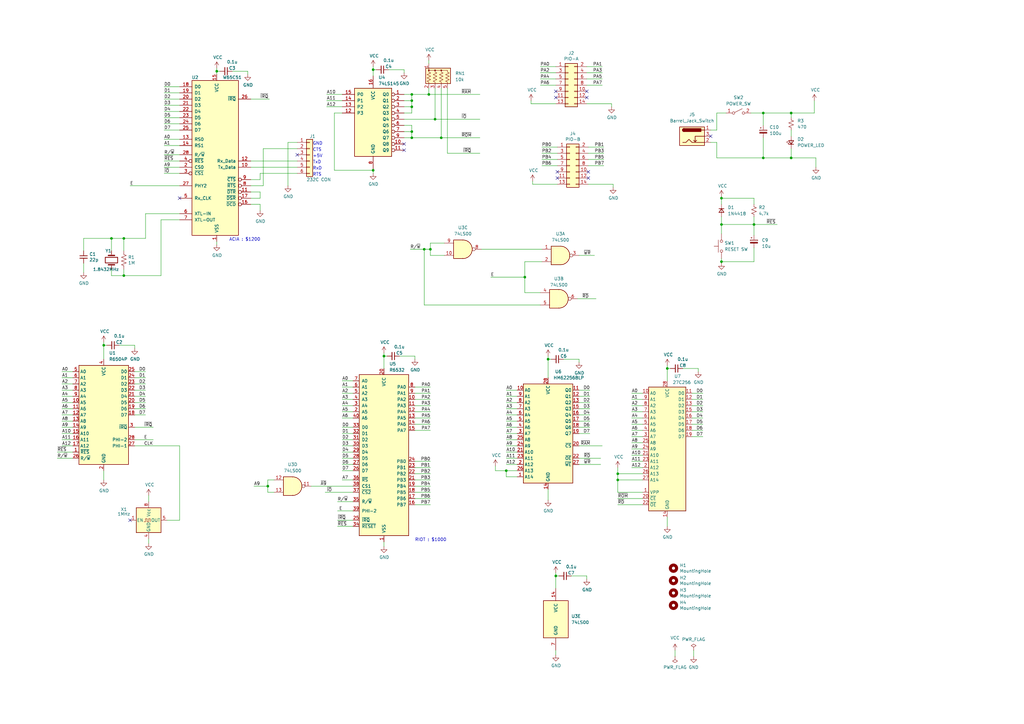
<source format=kicad_sch>
(kicad_sch (version 20230121) (generator eeschema)
  (paper "A3")
  (title_block (title "R6504P CPU用シングルボード・コンピューター") (date "2023-07-16") (rev "1") (company "KUNI-NET"))
  (junction (at 324.485 64.77))
  (junction (at 295.91 92.075))
  (junction (at 168.91 43.815))
  (junction (at 168.91 38.735))
  (junction (at 50.8 97.79))
  (junction (at 88.9 29.21))
  (junction (at 176.53 102.235))
  (junction (at 109.855 199.39))
  (junction (at 253.365 196.85))
  (junction (at 215.265 113.665))
  (junction (at 309.245 92.075))
  (junction (at 153.035 69.85))
  (junction (at 157.48 146.05))
  (junction (at 45.72 97.79))
  (junction (at 168.91 53.975))
  (junction (at 295.91 107.315))
  (junction (at 227.965 236.22))
  (junction (at 207.645 193.04))
  (junction (at 175.895 38.735))
  (junction (at 253.365 194.31))
  (junction (at 168.91 41.275))
  (junction (at 178.435 48.895))
  (junction (at 168.91 56.515))
  (junction (at 313.055 64.77))
  (junction (at 42.545 141.605))
  (junction (at 313.055 46.355))
  (junction (at 295.91 81.28))
  (junction (at 173.99 102.235))
  (junction (at 50.8 113.03))
  (junction (at 153.035 28.575))
  (junction (at 180.975 56.515))
  (junction (at 273.685 151.13))
  (junction (at 324.485 46.355))
  (junction (at 224.79 147.32))
  (no_connect (at 165.735 59.055))
  (no_connect (at 240.665 37.465))
  (no_connect (at 240.665 40.005))
  (no_connect (at 228.6 70.485))
  (no_connect (at 291.465 55.88))
  (no_connect (at 165.735 61.595))
  (no_connect (at 53.34 213.36))
  (no_connect (at 227.965 40.005))
  (no_connect (at 73.66 81.28))
  (no_connect (at 241.3 73.025))
  (no_connect (at 121.92 63.5))
  (no_connect (at 241.3 70.485))
  (no_connect (at 227.965 37.465))
  (no_connect (at 228.6 73.025))
  (wire (pts (xy 112.395 196.85) (xy 109.855 196.85)))
  (wire (pts (xy 50.8 102.87) (xy 50.8 97.79)))
  (wire (pts (xy 231.14 147.32) (xy 237.49 147.32)))
  (wire (pts (xy 138.43 213.36) (xy 144.78 213.36)))
  (wire (pts (xy 165.735 48.895) (xy 178.435 48.895)))
  (wire (pts (xy 224.79 146.05) (xy 224.79 147.32)))
  (wire (pts (xy 73.66 182.88) (xy 73.66 213.36)))
  (wire (pts (xy 50.8 97.79) (xy 45.72 97.79)))
  (wire (pts (xy 60.96 220.98) (xy 60.96 222.885)))
  (wire (pts (xy 241.935 167.64) (xy 237.49 167.64)))
  (wire (pts (xy 25.4 162.56) (xy 29.845 162.56)))
  (wire (pts (xy 88.9 29.21) (xy 90.17 29.21)))
  (wire (pts (xy 168.91 46.355) (xy 168.91 43.815)))
  (wire (pts (xy 291.465 58.42) (xy 294.005 58.42)))
  (wire (pts (xy 176.53 102.235) (xy 173.99 102.235)))
  (wire (pts (xy 215.265 120.015) (xy 221.615 120.015)))
  (wire (pts (xy 201.295 113.665) (xy 215.265 113.665)))
  (wire (pts (xy 157.48 146.05) (xy 158.75 146.05)))
  (wire (pts (xy 50.8 97.79) (xy 59.69 97.79)))
  (wire (pts (xy 176.53 158.75) (xy 170.18 158.75)))
  (wire (pts (xy 165.735 46.355) (xy 168.91 46.355)))
  (wire (pts (xy 227.965 236.22) (xy 227.965 241.3)))
  (wire (pts (xy 295.91 88.9) (xy 295.91 92.075)))
  (wire (pts (xy 334.645 64.77) (xy 334.645 68.58)))
  (wire (pts (xy 67.31 45.72) (xy 73.66 45.72)))
  (wire (pts (xy 288.29 161.29) (xy 283.845 161.29)))
  (wire (pts (xy 294.005 64.77) (xy 313.055 64.77)))
  (wire (pts (xy 163.83 146.05) (xy 170.18 146.05)))
  (wire (pts (xy 67.31 53.34) (xy 73.66 53.34)))
  (wire (pts (xy 153.035 69.215) (xy 153.035 69.85)))
  (wire (pts (xy 294.005 58.42) (xy 294.005 64.77)))
  (wire (pts (xy 237.49 104.775) (xy 243.84 104.775)))
  (wire (pts (xy 250.825 42.545) (xy 250.825 43.815)))
  (wire (pts (xy 59.69 154.94) (xy 55.245 154.94)))
  (wire (pts (xy 251.46 75.565) (xy 251.46 76.835)))
  (wire (pts (xy 59.69 162.56) (xy 55.245 162.56)))
  (wire (pts (xy 288.29 171.45) (xy 283.845 171.45)))
  (wire (pts (xy 140.335 168.91) (xy 144.78 168.91)))
  (wire (pts (xy 140.335 163.83) (xy 144.78 163.83)))
  (wire (pts (xy 207.645 182.88) (xy 212.09 182.88)))
  (wire (pts (xy 288.29 166.37) (xy 283.845 166.37)))
  (wire (pts (xy 140.335 171.45) (xy 144.78 171.45)))
  (wire (pts (xy 106.68 78.74) (xy 106.68 81.28)))
  (wire (pts (xy 241.3 75.565) (xy 251.46 75.565)))
  (wire (pts (xy 241.3 62.865) (xy 247.65 62.865)))
  (wire (pts (xy 23.495 187.96) (xy 29.845 187.96)))
  (wire (pts (xy 59.69 165.1) (xy 55.245 165.1)))
  (wire (pts (xy 259.08 173.99) (xy 263.525 173.99)))
  (wire (pts (xy 88.9 27.94) (xy 88.9 29.21)))
  (wire (pts (xy 237.49 147.32) (xy 237.49 148.59)))
  (wire (pts (xy 67.31 48.26) (xy 73.66 48.26)))
  (wire (pts (xy 203.2 193.04) (xy 203.2 191.135)))
  (wire (pts (xy 183.515 36.195) (xy 183.515 62.865)))
  (wire (pts (xy 106.68 83.82) (xy 106.68 86.36)))
  (wire (pts (xy 240.665 34.925) (xy 247.015 34.925)))
  (wire (pts (xy 176.53 196.85) (xy 170.18 196.85)))
  (wire (pts (xy 288.29 168.91) (xy 283.845 168.91)))
  (wire (pts (xy 107.95 76.2) (xy 107.95 60.96)))
  (wire (pts (xy 313.055 46.355) (xy 313.055 51.435)))
  (wire (pts (xy 309.245 88.9) (xy 309.245 92.075)))
  (wire (pts (xy 176.53 99.695) (xy 176.53 102.235)))
  (wire (pts (xy 259.08 171.45) (xy 263.525 171.45)))
  (wire (pts (xy 241.935 175.26) (xy 237.49 175.26)))
  (wire (pts (xy 207.645 175.26) (xy 212.09 175.26)))
  (wire (pts (xy 240.665 42.545) (xy 250.825 42.545)))
  (wire (pts (xy 140.335 187.96) (xy 144.78 187.96)))
  (wire (pts (xy 42.545 141.605) (xy 42.545 147.32)))
  (wire (pts (xy 140.335 166.37) (xy 144.78 166.37)))
  (wire (pts (xy 259.08 168.91) (xy 263.525 168.91)))
  (wire (pts (xy 140.335 193.04) (xy 144.78 193.04)))
  (wire (pts (xy 180.975 56.515) (xy 196.85 56.515)))
  (wire (pts (xy 207.645 187.96) (xy 212.09 187.96)))
  (wire (pts (xy 138.43 209.55) (xy 144.78 209.55)))
  (wire (pts (xy 25.4 180.34) (xy 29.845 180.34)))
  (wire (pts (xy 176.53 191.77) (xy 170.18 191.77)))
  (wire (pts (xy 207.645 177.8) (xy 212.09 177.8)))
  (wire (pts (xy 227.965 236.22) (xy 229.235 236.22)))
  (wire (pts (xy 176.53 168.91) (xy 170.18 168.91)))
  (wire (pts (xy 240.665 236.22) (xy 240.665 237.49)))
  (wire (pts (xy 176.53 189.23) (xy 170.18 189.23)))
  (wire (pts (xy 197.485 102.235) (xy 222.25 102.235)))
  (wire (pts (xy 227.965 234.95) (xy 227.965 236.22)))
  (wire (pts (xy 67.31 57.15) (xy 73.66 57.15)))
  (wire (pts (xy 55.245 141.605) (xy 55.245 142.875)))
  (wire (pts (xy 73.66 213.36) (xy 68.58 213.36)))
  (wire (pts (xy 222.25 67.945) (xy 228.6 67.945)))
  (wire (pts (xy 173.99 102.235) (xy 173.99 125.095)))
  (wire (pts (xy 253.365 196.85) (xy 263.525 196.85)))
  (wire (pts (xy 324.485 60.96) (xy 324.485 64.77)))
  (wire (pts (xy 67.31 66.04) (xy 73.66 66.04)))
  (wire (pts (xy 102.87 76.2) (xy 107.95 76.2)))
  (wire (pts (xy 215.265 107.315) (xy 215.265 113.665)))
  (wire (pts (xy 178.435 48.895) (xy 196.85 48.895)))
  (wire (pts (xy 53.34 76.2) (xy 73.66 76.2)))
  (wire (pts (xy 102.87 73.66) (xy 106.68 73.66)))
  (wire (pts (xy 324.485 46.355) (xy 324.485 48.26)))
  (wire (pts (xy 140.335 180.34) (xy 144.78 180.34)))
  (wire (pts (xy 291.465 53.34) (xy 294.005 53.34)))
  (wire (pts (xy 59.69 87.63) (xy 73.66 87.63)))
  (wire (pts (xy 183.515 62.865) (xy 196.85 62.865)))
  (wire (pts (xy 288.29 179.07) (xy 283.845 179.07)))
  (wire (pts (xy 207.645 185.42) (xy 212.09 185.42)))
  (wire (pts (xy 313.055 64.77) (xy 324.485 64.77)))
  (wire (pts (xy 102.87 78.74) (xy 106.68 78.74)))
  (wire (pts (xy 88.9 99.06) (xy 88.9 100.33)))
  (wire (pts (xy 102.87 68.58) (xy 121.92 68.58)))
  (wire (pts (xy 45.72 113.03) (xy 50.8 113.03)))
  (wire (pts (xy 67.31 40.64) (xy 73.66 40.64)))
  (wire (pts (xy 224.79 147.32) (xy 226.06 147.32)))
  (wire (pts (xy 295.91 81.28) (xy 309.245 81.28)))
  (wire (pts (xy 45.72 110.49) (xy 45.72 113.03)))
  (wire (pts (xy 25.4 165.1) (xy 29.845 165.1)))
  (wire (pts (xy 241.3 65.405) (xy 247.65 65.405)))
  (wire (pts (xy 67.31 50.8) (xy 73.66 50.8)))
  (wire (pts (xy 222.25 65.405) (xy 228.6 65.405)))
  (wire (pts (xy 138.43 215.9) (xy 144.78 215.9)))
  (wire (pts (xy 207.645 180.34) (xy 212.09 180.34)))
  (wire (pts (xy 178.435 36.195) (xy 178.435 48.895)))
  (wire (pts (xy 221.615 32.385) (xy 227.965 32.385)))
  (wire (pts (xy 67.31 63.5) (xy 73.66 63.5)))
  (wire (pts (xy 133.35 201.93) (xy 144.78 201.93)))
  (wire (pts (xy 67.31 38.1) (xy 73.66 38.1)))
  (wire (pts (xy 253.365 201.93) (xy 263.525 201.93)))
  (wire (pts (xy 241.935 162.56) (xy 237.49 162.56)))
  (wire (pts (xy 324.485 46.355) (xy 334.01 46.355)))
  (wire (pts (xy 259.08 166.37) (xy 263.525 166.37)))
  (wire (pts (xy 286.385 151.13) (xy 286.385 152.4)))
  (wire (pts (xy 259.08 184.15) (xy 263.525 184.15)))
  (wire (pts (xy 240.665 29.845) (xy 247.015 29.845)))
  (wire (pts (xy 127.635 199.39) (xy 144.78 199.39)))
  (wire (pts (xy 222.25 107.315) (xy 215.265 107.315)))
  (wire (pts (xy 207.645 170.18) (xy 212.09 170.18)))
  (wire (pts (xy 313.055 56.515) (xy 313.055 64.77)))
  (wire (pts (xy 157.48 146.05) (xy 157.48 151.13)))
  (wire (pts (xy 140.335 161.29) (xy 144.78 161.29)))
  (wire (pts (xy 55.245 182.88) (xy 73.66 182.88)))
  (wire (pts (xy 207.645 193.04) (xy 207.645 195.58)))
  (wire (pts (xy 240.665 32.385) (xy 247.015 32.385)))
  (wire (pts (xy 313.055 46.355) (xy 324.485 46.355)))
  (wire (pts (xy 215.265 113.665) (xy 215.265 120.015)))
  (wire (pts (xy 176.53 176.53) (xy 170.18 176.53)))
  (wire (pts (xy 259.08 191.77) (xy 263.525 191.77)))
  (wire (pts (xy 25.4 167.64) (xy 29.845 167.64)))
  (wire (pts (xy 295.91 92.075) (xy 295.91 95.885)))
  (wire (pts (xy 133.985 43.815) (xy 140.335 43.815)))
  (wire (pts (xy 241.935 172.72) (xy 237.49 172.72)))
  (wire (pts (xy 280.035 151.13) (xy 286.385 151.13)))
  (wire (pts (xy 138.43 205.74) (xy 144.78 205.74)))
  (wire (pts (xy 176.53 194.31) (xy 170.18 194.31)))
  (wire (pts (xy 241.3 60.325) (xy 247.65 60.325)))
  (wire (pts (xy 288.29 173.99) (xy 283.845 173.99)))
  (wire (pts (xy 140.335 196.85) (xy 144.78 196.85)))
  (wire (pts (xy 180.975 36.195) (xy 180.975 56.515)))
  (wire (pts (xy 140.335 185.42) (xy 144.78 185.42)))
  (wire (pts (xy 234.315 236.22) (xy 240.665 236.22)))
  (wire (pts (xy 50.8 113.03) (xy 50.8 110.49)))
  (wire (pts (xy 207.645 165.1) (xy 212.09 165.1)))
  (wire (pts (xy 168.91 43.815) (xy 168.91 41.275)))
  (wire (pts (xy 59.69 87.63) (xy 59.69 97.79)))
  (wire (pts (xy 241.935 177.8) (xy 237.49 177.8)))
  (wire (pts (xy 173.99 102.235) (xy 168.275 102.235)))
  (wire (pts (xy 175.895 38.735) (xy 196.85 38.735)))
  (wire (pts (xy 165.735 53.975) (xy 168.91 53.975)))
  (wire (pts (xy 168.91 38.735) (xy 175.895 38.735)))
  (wire (pts (xy 288.29 163.83) (xy 283.845 163.83)))
  (wire (pts (xy 253.365 207.01) (xy 263.525 207.01)))
  (wire (pts (xy 60.96 203.2) (xy 60.96 205.74)))
  (wire (pts (xy 176.53 201.93) (xy 170.18 201.93)))
  (wire (pts (xy 101.6 29.21) (xy 101.6 30.48)))
  (wire (pts (xy 42.545 140.335) (xy 42.545 141.605)))
  (wire (pts (xy 109.855 201.93) (xy 112.395 201.93)))
  (wire (pts (xy 165.735 41.275) (xy 168.91 41.275)))
  (wire (pts (xy 294.005 53.34) (xy 294.005 46.355)))
  (wire (pts (xy 165.735 43.815) (xy 168.91 43.815)))
  (wire (pts (xy 140.335 156.21) (xy 144.78 156.21)))
  (wire (pts (xy 67.31 68.58) (xy 73.66 68.58)))
  (wire (pts (xy 168.91 51.435) (xy 168.91 53.975)))
  (wire (pts (xy 309.245 92.075) (xy 309.245 96.52)))
  (wire (pts (xy 309.245 92.075) (xy 318.77 92.075)))
  (wire (pts (xy 59.69 170.18) (xy 55.245 170.18)))
  (wire (pts (xy 237.49 182.88) (xy 247.015 182.88)))
  (wire (pts (xy 227.965 266.7) (xy 227.965 268.605)))
  (wire (pts (xy 253.365 191.77) (xy 253.365 194.31)))
  (wire (pts (xy 207.645 193.04) (xy 203.2 193.04)))
  (wire (pts (xy 253.365 194.31) (xy 253.365 196.85)))
  (wire (pts (xy 88.9 29.21) (xy 88.9 30.48)))
  (wire (pts (xy 176.53 104.775) (xy 182.245 104.775)))
  (wire (pts (xy 140.335 158.75) (xy 144.78 158.75)))
  (wire (pts (xy 295.91 107.315) (xy 309.245 107.315)))
  (wire (pts (xy 207.645 195.58) (xy 212.09 195.58)))
  (wire (pts (xy 67.31 43.18) (xy 73.66 43.18)))
  (wire (pts (xy 295.91 107.315) (xy 295.91 107.95)))
  (wire (pts (xy 253.365 196.85) (xy 253.365 201.93)))
  (wire (pts (xy 55.245 180.34) (xy 62.865 180.34)))
  (wire (pts (xy 324.485 64.77) (xy 334.645 64.77)))
  (wire (pts (xy 153.035 28.575) (xy 154.305 28.575)))
  (wire (pts (xy 25.4 170.18) (xy 29.845 170.18)))
  (wire (pts (xy 48.895 141.605) (xy 55.245 141.605)))
  (wire (pts (xy 307.975 46.355) (xy 313.055 46.355)))
  (wire (pts (xy 237.49 187.96) (xy 246.38 187.96)))
  (wire (pts (xy 273.685 151.13) (xy 274.955 151.13)))
  (wire (pts (xy 222.25 60.325) (xy 228.6 60.325)))
  (wire (pts (xy 173.99 125.095) (xy 221.615 125.095)))
  (wire (pts (xy 118.11 58.42) (xy 121.92 58.42)))
  (wire (pts (xy 295.91 80.645) (xy 295.91 81.28)))
  (wire (pts (xy 295.91 81.28) (xy 295.91 83.82)))
  (wire (pts (xy 67.31 71.12) (xy 73.66 71.12)))
  (wire (pts (xy 25.4 177.8) (xy 29.845 177.8)))
  (wire (pts (xy 176.53 199.39) (xy 170.18 199.39)))
  (wire (pts (xy 309.245 81.28) (xy 309.245 83.82)))
  (wire (pts (xy 42.545 141.605) (xy 43.815 141.605)))
  (wire (pts (xy 165.735 38.735) (xy 168.91 38.735)))
  (wire (pts (xy 176.53 166.37) (xy 170.18 166.37)))
  (wire (pts (xy 222.25 62.865) (xy 228.6 62.865)))
  (wire (pts (xy 221.615 27.305) (xy 227.965 27.305)))
  (wire (pts (xy 165.735 56.515) (xy 168.91 56.515)))
  (wire (pts (xy 59.69 160.02) (xy 55.245 160.02)))
  (wire (pts (xy 34.29 107.95) (xy 34.29 111.76)))
  (wire (pts (xy 207.645 190.5) (xy 212.09 190.5)))
  (wire (pts (xy 207.645 167.64) (xy 212.09 167.64)))
  (wire (pts (xy 140.335 182.88) (xy 144.78 182.88)))
  (wire (pts (xy 73.66 90.17) (xy 66.04 90.17)))
  (wire (pts (xy 137.16 69.85) (xy 137.16 46.355)))
  (wire (pts (xy 165.735 51.435) (xy 168.91 51.435)))
  (wire (pts (xy 106.68 73.66) (xy 106.68 71.12)))
  (wire (pts (xy 168.91 41.275) (xy 168.91 38.735)))
  (wire (pts (xy 224.79 200.66) (xy 224.79 205.105)))
  (wire (pts (xy 259.08 176.53) (xy 263.525 176.53)))
  (wire (pts (xy 25.4 157.48) (xy 29.845 157.48)))
  (wire (pts (xy 237.49 190.5) (xy 246.38 190.5)))
  (wire (pts (xy 59.69 157.48) (xy 55.245 157.48)))
  (wire (pts (xy 218.44 74.295) (xy 218.44 75.565)))
  (wire (pts (xy 109.855 196.85) (xy 109.855 199.39)))
  (wire (pts (xy 25.4 154.94) (xy 29.845 154.94)))
  (wire (pts (xy 241.935 165.1) (xy 237.49 165.1)))
  (wire (pts (xy 118.11 76.2) (xy 118.11 58.42)))
  (wire (pts (xy 137.16 46.355) (xy 140.335 46.355)))
  (wire (pts (xy 66.04 90.17) (xy 66.04 113.03)))
  (wire (pts (xy 176.53 171.45) (xy 170.18 171.45)))
  (wire (pts (xy 153.035 28.575) (xy 153.035 31.115)))
  (wire (pts (xy 259.08 161.29) (xy 263.525 161.29)))
  (wire (pts (xy 217.805 42.545) (xy 227.965 42.545)))
  (wire (pts (xy 207.645 172.72) (xy 212.09 172.72)))
  (wire (pts (xy 168.91 53.975) (xy 168.91 56.515)))
  (wire (pts (xy 175.895 24.765) (xy 175.895 26.035)))
  (wire (pts (xy 133.985 41.275) (xy 140.335 41.275)))
  (wire (pts (xy 324.485 53.34) (xy 324.485 55.88)))
  (wire (pts (xy 157.48 222.25) (xy 157.48 224.155)))
  (wire (pts (xy 294.005 46.355) (xy 297.815 46.355)))
  (wire (pts (xy 217.805 41.275) (xy 217.805 42.545)))
  (wire (pts (xy 25.4 160.02) (xy 29.845 160.02)))
  (wire (pts (xy 34.29 97.79) (xy 34.29 102.87)))
  (wire (pts (xy 176.53 204.47) (xy 170.18 204.47)))
  (wire (pts (xy 168.91 56.515) (xy 180.975 56.515)))
  (wire (pts (xy 140.335 175.26) (xy 144.78 175.26)))
  (wire (pts (xy 295.91 92.075) (xy 309.245 92.075)))
  (wire (pts (xy 273.685 212.09) (xy 273.685 215.9)))
  (wire (pts (xy 45.72 97.79) (xy 45.72 102.87)))
  (wire (pts (xy 207.645 162.56) (xy 212.09 162.56)))
  (wire (pts (xy 263.525 204.47) (xy 253.365 204.47)))
  (wire (pts (xy 218.44 75.565) (xy 228.6 75.565)))
  (wire (pts (xy 276.86 266.7) (xy 276.86 269.24)))
  (wire (pts (xy 67.31 35.56) (xy 73.66 35.56)))
  (wire (pts (xy 25.4 152.4) (xy 29.845 152.4)))
  (wire (pts (xy 159.385 28.575) (xy 165.735 28.575)))
  (wire (pts (xy 133.985 38.735) (xy 140.335 38.735)))
  (wire (pts (xy 236.855 122.555) (xy 244.475 122.555)))
  (wire (pts (xy 25.4 182.88) (xy 29.845 182.88)))
  (wire (pts (xy 67.31 59.69) (xy 73.66 59.69)))
  (wire (pts (xy 176.53 102.235) (xy 176.53 104.775)))
  (wire (pts (xy 109.855 199.39) (xy 109.855 201.93)))
  (wire (pts (xy 50.8 113.03) (xy 66.04 113.03)))
  (wire (pts (xy 241.3 67.945) (xy 247.65 67.945)))
  (wire (pts (xy 153.035 69.85) (xy 153.035 71.12)))
  (wire (pts (xy 176.53 161.29) (xy 170.18 161.29)))
  (wire (pts (xy 295.91 106.045) (xy 295.91 107.315)))
  (wire (pts (xy 221.615 34.925) (xy 227.965 34.925)))
  (wire (pts (xy 104.14 199.39) (xy 109.855 199.39)))
  (wire (pts (xy 95.25 29.21) (xy 101.6 29.21)))
  (wire (pts (xy 176.53 173.99) (xy 170.18 173.99)))
  (wire (pts (xy 153.035 27.305) (xy 153.035 28.575)))
  (wire (pts (xy 106.68 83.82) (xy 102.87 83.82)))
  (wire (pts (xy 140.335 177.8) (xy 144.78 177.8)))
  (wire (pts (xy 241.935 160.02) (xy 237.49 160.02)))
  (wire (pts (xy 259.08 179.07) (xy 263.525 179.07)))
  (wire (pts (xy 259.08 186.69) (xy 263.525 186.69)))
  (wire (pts (xy 42.545 193.04) (xy 42.545 196.85)))
  (wire (pts (xy 102.87 40.64) (xy 110.49 40.64)))
  (wire (pts (xy 165.735 28.575) (xy 165.735 29.845)))
  (wire (pts (xy 182.245 99.695) (xy 176.53 99.695)))
  (wire (pts (xy 221.615 29.845) (xy 227.965 29.845)))
  (wire (pts (xy 259.08 181.61) (xy 263.525 181.61)))
  (wire (pts (xy 25.4 172.72) (xy 29.845 172.72)))
  (wire (pts (xy 106.68 71.12) (xy 121.92 71.12)))
  (wire (pts (xy 273.685 151.13) (xy 273.685 156.21)))
  (wire (pts (xy 23.495 185.42) (xy 29.845 185.42)))
  (wire (pts (xy 259.08 189.23) (xy 263.525 189.23)))
  (wire (pts (xy 176.53 163.83) (xy 170.18 163.83)))
  (wire (pts (xy 224.79 147.32) (xy 224.79 154.94)))
  (wire (pts (xy 240.665 27.305) (xy 247.015 27.305)))
  (wire (pts (xy 170.18 146.05) (xy 170.18 147.32)))
  (wire (pts (xy 107.95 60.96) (xy 121.92 60.96)))
  (wire (pts (xy 175.895 36.195) (xy 175.895 38.735)))
  (wire (pts (xy 176.53 207.01) (xy 170.18 207.01)))
  (wire (pts (xy 59.69 152.4) (xy 55.245 152.4)))
  (wire (pts (xy 140.335 190.5) (xy 144.78 190.5)))
  (wire (pts (xy 273.685 149.86) (xy 273.685 151.13)))
  (wire (pts (xy 309.245 107.315) (xy 309.245 101.6)))
  (wire (pts (xy 334.01 46.355) (xy 334.01 41.275)))
  (wire (pts (xy 59.69 167.64) (xy 55.245 167.64)))
  (wire (pts (xy 102.87 66.04) (xy 121.92 66.04)))
  (wire (pts (xy 153.035 69.85) (xy 137.16 69.85)))
  (wire (pts (xy 241.935 170.18) (xy 237.49 170.18)))
  (wire (pts (xy 288.29 176.53) (xy 283.845 176.53)))
  (wire (pts (xy 284.48 266.7) (xy 284.48 269.24)))
  (wire (pts (xy 157.48 144.78) (xy 157.48 146.05)))
  (wire (pts (xy 259.08 163.83) (xy 263.525 163.83)))
  (wire (pts (xy 212.09 193.04) (xy 207.645 193.04)))
  (wire (pts (xy 25.4 175.26) (xy 29.845 175.26)))
  (wire (pts (xy 45.72 97.79) (xy 34.29 97.79)))
  (wire (pts (xy 55.245 175.26) (xy 62.865 175.26)))
  (wire (pts (xy 102.87 81.28) (xy 106.68 81.28)))
  (wire (pts (xy 253.365 194.31) (xy 263.525 194.31)))
  (wire (pts (xy 207.645 160.02) (xy 212.09 160.02)))
  (text "GND" (at 128.27 59.69 0) (effects (font (size 1.27 1.27)) (justify left bottom)))
  (text "RIOT : $1000" (at 170.18 222.25 0) (effects (font (size 1.27 1.27)) (justify left bottom)))
  (text "ACIA : $1200" (at 93.98 99.06 0) (effects (font (size 1.27 1.27)) (justify left bottom)))
  (text "RTS" (at 128.27 72.39 0) (effects (font (size 1.27 1.27)) (justify left bottom)))
  (text "RxD" (at 128.27 69.85 0) (effects (font (size 1.27 1.27)) (justify left bottom)))
  (text "+5V" (at 128.27 64.77 0) (effects (font (size 1.27 1.27)) (justify left bottom)))
  (text "CTS" (at 128.27 62.23 0) (effects (font (size 1.27 1.27)) (justify left bottom)))
  (text "TxD" (at 128.27 67.31 0) (effects (font (size 1.27 1.27)) (justify left bottom)))
  (label "A1" (at 67.31 59.69 0))
  (label "PA6" (at 176.53 173.99 180))
  (label "PB6" (at 222.25 67.945 0))
  (label "A4" (at 140.335 166.37 0))
  (label "PB0" (at 222.25 60.325 0))
  (label "A3" (at 259.08 168.91 0))
  (label "A4" (at 25.4 162.56 0))
  (label "A12" (at 25.4 182.88 0))
  (label "D7" (at 59.69 170.18 180))
  (label "A5" (at 140.335 168.91 0))
  (label "A1" (at 25.4 154.94 0))
  (label "D3" (at 59.69 160.02 180))
  (label "PB5" (at 176.53 201.93 180))
  (label "D5" (at 67.31 48.26 0))
  (label "A5" (at 25.4 165.1 0))
  (label "A1" (at 259.08 163.83 0))
  (label "~{WR}" (at 239.395 190.5 0))
  (label "A2" (at 259.08 166.37 0))
  (label "A10" (at 207.645 185.42 0))
  (label "A0" (at 67.31 57.15 0))
  (label "PA5" (at 176.53 171.45 180))
  (label "A6" (at 207.645 175.26 0))
  (label "A4" (at 259.08 171.45 0))
  (label "~{WR}" (at 239.395 104.775 0))
  (label "A12" (at 207.645 190.5 0))
  (label "D2" (at 241.935 165.1 180))
  (label "A2" (at 140.335 161.29 0))
  (label "PB5" (at 243.84 65.405 0))
  (label "PB7" (at 243.84 67.945 0))
  (label "D0" (at 288.29 161.29 180))
  (label "PB4" (at 222.25 65.405 0))
  (label "PA1" (at 176.53 161.29 180))
  (label "A2" (at 25.4 157.48 0))
  (label "~{IO}" (at 133.985 201.93 0))
  (label "~{RES}" (at 314.325 92.075 0))
  (label "PA4" (at 221.615 32.385 0))
  (label "A0" (at 140.335 156.21 0))
  (label "PB0" (at 176.53 189.23 180))
  (label "A0" (at 25.4 152.4 0))
  (label "PB1" (at 176.53 191.77 180))
  (label "D0" (at 59.69 152.4 180))
  (label "D3" (at 67.31 43.18 0))
  (label "PA7" (at 243.205 34.925 0))
  (label "A9" (at 25.4 175.26 0))
  (label "D5" (at 59.69 165.1 180))
  (label "A0" (at 207.645 160.02 0))
  (label "~{ROM}" (at 189.23 56.515 0))
  (label "A11" (at 207.645 187.96 0))
  (label "A0" (at 259.08 161.29 0))
  (label "~{IRQ}" (at 189.865 62.865 0))
  (label "PA0" (at 176.53 158.75 180))
  (label "~{IRQ}" (at 138.43 213.36 0))
  (label "PA7" (at 176.53 176.53 180))
  (label "A6" (at 25.4 167.64 0))
  (label "PA0" (at 221.615 27.305 0))
  (label "D5" (at 241.935 172.72 180))
  (label "E" (at 53.34 76.2 0))
  (label "D6" (at 241.935 175.26 180))
  (label "A10" (at 259.08 186.69 0))
  (label "D0" (at 241.935 160.02 180))
  (label "D1" (at 288.29 163.83 180))
  (label "D3" (at 241.935 167.64 180))
  (label "A10" (at 133.985 38.735 0))
  (label "D7" (at 67.31 53.34 0))
  (label "~{RD}" (at 238.76 122.555 0))
  (label "D4" (at 140.335 185.42 0))
  (label "A7" (at 140.335 196.85 0))
  (label "A8" (at 25.4 172.72 0))
  (label "A1" (at 140.335 158.75 0))
  (label "PB2" (at 222.25 62.865 0))
  (label "D3" (at 288.29 168.91 180))
  (label "A6" (at 140.335 171.45 0))
  (label "A9" (at 104.14 199.39 0))
  (label "A11" (at 25.4 180.34 0))
  (label "D1" (at 59.69 154.94 180))
  (label "A1" (at 207.645 162.56 0))
  (label "D7" (at 288.29 179.07 180))
  (label "D4" (at 288.29 171.45 180))
  (label "E" (at 201.295 113.665 0))
  (label "A8" (at 259.08 181.61 0))
  (label "~{RES}" (at 138.43 215.9 0))
  (label "D1" (at 67.31 38.1 0))
  (label "PB3" (at 176.53 196.85 180))
  (label "A2" (at 207.645 165.1 0))
  (label "D5" (at 288.29 173.99 180))
  (label "E" (at 59.055 180.34 0))
  (label "E" (at 139.065 209.55 0))
  (label "A11" (at 259.08 189.23 0))
  (label "A7" (at 25.4 170.18 0))
  (label "A9" (at 259.08 184.15 0))
  (label "PB6" (at 176.53 204.47 180))
  (label "A12" (at 259.08 191.77 0))
  (label "A3" (at 25.4 160.02 0))
  (label "~{RD}" (at 253.365 207.01 0))
  (label "A3" (at 207.645 167.64 0))
  (label "D4" (at 241.935 170.18 180))
  (label "A11" (at 133.985 41.275 0))
  (label "~{IO}" (at 189.23 48.895 0))
  (label "PA4" (at 176.53 168.91 180))
  (label "~{IO}" (at 67.31 71.12 0))
  (label "A7" (at 259.08 179.07 0))
  (label "D0" (at 67.31 35.56 0))
  (label "D6" (at 59.69 167.64 180))
  (label "D2" (at 67.31 40.64 0))
  (label "A12" (at 133.985 43.815 0))
  (label "~{RD}" (at 239.395 187.96 0))
  (label "A5" (at 207.645 172.72 0))
  (label "~{RAM}" (at 189.23 38.735 0))
  (label "R{slash}~{W}" (at 23.495 187.96 0))
  (label "A9" (at 67.31 68.58 0))
  (label "D2" (at 288.29 166.37 180))
  (label "A9" (at 207.645 182.88 0))
  (label "D7" (at 140.335 193.04 0))
  (label "CLK" (at 59.055 182.88 0))
  (label "PB1" (at 243.84 60.325 0))
  (label "R{slash}~{W}" (at 168.275 102.235 0))
  (label "PB2" (at 176.53 194.31 180))
  (label "PA2" (at 221.615 29.845 0))
  (label "D4" (at 59.69 162.56 180))
  (label "PA2" (at 176.53 163.83 180))
  (label "A10" (at 25.4 177.8 0))
  (label "PA1" (at 243.205 27.305 0))
  (label "D1" (at 140.335 177.8 0))
  (label "D6" (at 140.335 190.5 0))
  (label "A7" (at 207.645 177.8 0))
  (label "D3" (at 140.335 182.88 0))
  (label "~{IRQ}" (at 59.055 175.26 0))
  (label "A6" (at 259.08 176.53 0))
  (label "PA3" (at 243.205 29.845 0))
  (label "PA5" (at 243.205 32.385 0))
  (label "A4" (at 207.645 170.18 0))
  (label "D2" (at 59.69 157.48 180))
  (label "PB3" (at 243.84 62.865 0))
  (label "D7" (at 241.935 177.8 180))
  (label "R{slash}~{W}" (at 67.31 63.5 0))
  (label "R{slash}~{W}" (at 138.43 205.74 0))
  (label "D1" (at 241.935 162.56 180))
  (label "~{A9}" (at 131.445 199.39 0))
  (label "A3" (at 140.335 163.83 0))
  (label "D2" (at 140.335 180.34 0))
  (label "PA6" (at 221.615 34.925 0))
  (label "D0" (at 140.335 175.26 0))
  (label "A8" (at 207.645 180.34 0))
  (label "D6" (at 67.31 50.8 0))
  (label "~{RAM}" (at 238.125 182.88 0))
  (label "D4" (at 67.31 45.72 0))
  (label "~{IRQ}" (at 106.68 40.64 0))
  (label "D6" (at 288.29 176.53 180))
  (label "~{RES}" (at 23.495 185.42 0))
  (label "PA3" (at 176.53 166.37 180))
  (label "~{ROM}" (at 253.365 204.47 0))
  (label "D5" (at 140.335 187.96 0))
  (label "PB7" (at 176.53 207.01 180))
  (label "PB4" (at 176.53 199.39 180))
  (label "A5" (at 259.08 173.99 0))
  (label "~{RES}" (at 67.31 66.04 0))
  (symbol (lib_id "power:GND") (at 101.6 30.48 0) (unit 1)
    (property "Reference" "#PWR09" (effects hide))
    (property "Value" "GND" (at 101.727 34.8742 0))
  )
  (symbol (lib_id "power:GND") (at 240.665 237.49 0) (unit 1)
    (property "Reference" "#PWR027" (effects hide))
    (property "Value" "GND" (at 240.792 241.8842 0))
  )
  (symbol (lib_id "Device:C_Small") (at 228.6 147.32 270) (unit 1)
    (property "Reference" "C6" (at 231.14 146.05 90))
    (property "Value" "0.1u" (at 231.14 143.51 90))
    (property "Footprint" "Capacitor_THT:C_Disc_D3.0mm_W1.6mm_P2.50mm" (effects hide))
  )
  (symbol (lib_id "power:GND") (at 334.645 68.58 0) (unit 1)
    (property "Reference" "#PWR041" (effects hide))
    (property "Value" "GND" (at 334.772 72.9742 0))
  )
  (symbol (lib_id "power:VCC") (at 295.91 80.645 0) (unit 1)
    (property "Reference" "#PWR038" (effects hide))
    (property "Value" "VCC" (at 296.3418 76.2508 0))
  )
  (symbol (lib_id "Connector:Barrel_Jack_Switch") (at 283.845 55.88 0) (unit 1)
    (property "Reference" "J5" (at 283.845 46.99 0))
    (property "Value" "Barrel_Jack_Switch" (at 283.845 49.53 0))
    (property "Footprint" "Connector_BarrelJack:BarrelJack_Horizontal" (effects hide))
  )
  (symbol (lib_id "Device:C_Small") (at 156.845 28.575 270) (unit 1)
    (property "Reference" "C4" (at 159.385 27.305 90))
    (property "Value" "0.1u" (at 159.385 24.765 90))
    (property "Footprint" "Capacitor_THT:C_Disc_D3.0mm_W1.6mm_P2.50mm" (effects hide))
  )
  (symbol (lib_id "Memory_EPROM:27C256") (at 273.685 184.15 0) (unit 1)
    (property "Reference" "U7" (at 276.5141 154.305 0) (effects (justify left)))
    (property "Value" "27C256" (at 275.8791 156.845 0) (effects (justify left)))
    (property "Footprint" "Package_DIP:DIP-28_W15.24mm_Socket" (effects hide))
    (property "Datasheet" "http://ww1.microchip.com/downloads/en/DeviceDoc/doc0014.pdf" (effects hide))
  )
  (symbol (lib_id "power:VCC") (at 276.86 266.7 0) (unit 1)
    (property "Reference" "#PWR034" (effects hide))
    (property "Value" "VCC" (at 276.86 261.62 0))
  )
  (symbol (lib_id "power:GND") (at 295.91 107.95 0) (unit 1)
    (property "Reference" "#PWR039" (effects hide))
    (property "Value" "GND" (at 296.037 112.3442 0))
  )
  (symbol (lib_id "Device:C_Polarized_Small") (at 309.245 99.06 0) (unit 1)
    (property "Reference" "C9" (at 312.42 98.5139 0) (effects (justify left)))
    (property "Value" "10u" (at 312.42 100.965 0) (effects (justify left)))
    (property "Footprint" "Capacitor_THT:CP_Radial_D5.0mm_P2.50mm" (effects hide))
  )
  (symbol (lib_id "power:VCC") (at 218.44 74.295 0) (unit 1)
    (property "Reference" "#PWR031" (effects hide))
    (property "Value" "VCC" (at 218.8718 69.9008 0))
  )
  (symbol (lib_id "power:VCC") (at 334.01 41.275 0) (unit 1)
    (property "Reference" "#PWR040" (effects hide))
    (property "Value" "VCC" (at 334.4418 36.8808 0))
  )
  (symbol (lib_id "74xx:74LS00") (at 227.965 254 0) (unit 5)
    (property "Reference" "U3" (at 234.315 252.73 0) (effects (justify left)))
    (property "Value" "74LS00" (at 234.315 255.27 0) (effects (justify left)))
    (property "Footprint" "Package_DIP:DIP-14_W7.62mm_Socket" (effects hide))
    (property "Datasheet" "http://www.ti.com/lit/gpn/sn74ls00" (effects hide))
  )
  (symbol (lib_id "Oscillator:CXO_DIP8") (at 60.96 213.36 0) (unit 1)
    (property "Reference" "X1" (at 50.8 208.915 0))
    (property "Value" "1MHz" (at 50.8 210.82 0))
    (property "Footprint" "Oscillator:Oscillator_DIP-8" (effects hide))
    (property "Datasheet" "http://cdn-reichelt.de/documents/datenblatt/B400/OSZI.pdf" (effects hide))
  )
  (symbol (lib_id "Device:C_Small") (at 231.775 236.22 270) (unit 1)
    (property "Reference" "C7" (at 234.315 234.95 90))
    (property "Value" "0.1u" (at 234.315 232.41 90))
    (property "Footprint" "Capacitor_THT:C_Disc_D3.0mm_W1.6mm_P2.50mm" (effects hide))
  )
  (symbol (lib_id "power:VCC") (at 175.895 24.765 0) (unit 1)
    (property "Reference" "#PWR018" (effects hide))
    (property "Value" "VCC" (at 176.3268 20.3708 0))
  )
  (symbol (lib_id "power:GND") (at 157.48 224.155 0) (unit 1)
    (property "Reference" "#PWR015" (effects hide))
    (property "Value" "GND" (at 157.607 228.5492 0))
  )
  (symbol (lib_id "Device:C_Polarized_Small") (at 313.055 53.975 0) (unit 1)
    (property "Reference" "C10" (at 315.595 52.1589 0) (effects (justify left)))
    (property "Value" "100u" (at 315.595 54.6989 0) (effects (justify left)))
    (property "Footprint" "Capacitor_THT:CP_Radial_D8.0mm_P2.50mm" (effects hide))
  )
  (symbol (lib_id "Memory_RAM:HM62256BLP") (at 224.79 177.8 0) (unit 1)
    (property "Reference" "U6" (at 227.6191 152.4 0) (effects (justify left)))
    (property "Value" "HM62256BLP" (at 226.9841 154.94 0) (effects (justify left)))
    (property "Footprint" "Package_DIP:DIP-28_W15.24mm_Socket" (effects hide))
    (property "Datasheet" "https://web.mit.edu/6.115/www/document/62256.pdf" (effects hide))
  )
  (symbol (lib_id "Device:R_Network04_US") (at 180.975 31.115 0) (unit 1)
    (property "Reference" "RN1" (at 186.69 30.099 0) (effects (justify left)))
    (property "Value" "10k" (at 186.69 32.639 0) (effects (justify left)))
    (property "Footprint" "Resistor_THT:R_Array_SIP5" (effects hide))
    (property "Datasheet" "http://www.vishay.com/docs/31509/csc.pdf" (effects hide))
  )
  (symbol (lib_id "power:GND") (at 237.49 148.59 0) (unit 1)
    (property "Reference" "#PWR026" (effects hide))
    (property "Value" "GND" (at 237.617 152.9842 0))
  )
  (symbol (lib_id "Device:R_Small_US") (at 324.485 50.8 0) (unit 1)
    (property "Reference" "R3" (at 327.025 49.53 0) (effects (justify left)))
    (property "Value" "470" (at 327.025 52.07 0) (effects (justify left)))
    (property "Footprint" "Resistor_THT:R_Axial_DIN0207_L6.3mm_D2.5mm_P10.16mm_Horizontal" (effects hide))
  )
  (symbol (lib_id "Connector_Generic:Conn_02x07_Odd_Even") (at 233.045 34.925 0) (unit 1)
    (property "Reference" "J2" (at 234.315 21.7932 0))
    (property "Value" "PIO-A" (at 234.315 24.1046 0))
    (property "Footprint" "Connector_PinHeader_2.54mm:PinHeader_2x07_P2.54mm_Vertical" (effects hide))
  )
  (symbol (lib_id "Switch:SW_SPST") (at 302.895 46.355 0) (unit 1)
    (property "Reference" "SW2" (at 302.895 40.005 0))
    (property "Value" "POWER_SW" (at 302.895 42.545 0))
    (property "Footprint" "Connector_PinHeader_2.54mm:PinHeader_1x03_P2.54mm_Vertical" (effects hide))
  )
  (symbol (lib_id "power:GND") (at 273.685 215.9 0) (unit 1)
    (property "Reference" "#PWR033" (effects hide))
    (property "Value" "GND" (at 273.812 220.2942 0))
  )
  (symbol (lib_id "power:GND") (at 106.68 86.36 0) (unit 1)
    (property "Reference" "#PWR010" (effects hide))
    (property "Value" "GND" (at 106.807 90.7542 0))
  )
  (symbol (lib_id "power:GND") (at 170.18 147.32 0) (unit 1)
    (property "Reference" "#PWR017" (effects hide))
    (property "Value" "GND" (at 170.307 151.7142 0))
  )
  (symbol (lib_id "R6532:R6532") (at 157.48 186.69 0) (unit 1)
    (property "Reference" "U5" (at 159.6741 149.225 0) (effects (justify left)))
    (property "Value" "R6532" (at 159.6741 151.765 0) (effects (justify left)))
    (property "Footprint" "Package_DIP:DIP-40_W15.24mm_Socket" (effects hide))
  )
  (symbol (lib_id "Device:C_Small") (at 46.355 141.605 270) (unit 1)
    (property "Reference" "C2" (at 48.895 140.335 90))
    (property "Value" "0.1u" (at 48.895 137.795 90))
    (property "Footprint" "Capacitor_THT:C_Disc_D3.0mm_W1.6mm_P2.50mm" (effects hide))
  )
  (symbol (lib_id "power:GND") (at 34.29 111.76 0) (unit 1)
    (property "Reference" "#PWR01" (effects hide))
    (property "Value" "GND" (at 34.417 116.1542 0))
  )
  (symbol (lib_id "power:GND") (at 250.825 43.815 0) (unit 1)
    (property "Reference" "#PWR028" (effects hide))
    (property "Value" "GND" (at 250.952 48.2092 0))
  )
  (symbol (lib_id "power:GND") (at 251.46 76.835 0) (unit 1)
    (property "Reference" "#PWR037" (effects hide))
    (property "Value" "GND" (at 251.587 81.2292 0))
  )
  (symbol (lib_id "power:GND") (at 284.48 269.24 0) (unit 1)
    (property "Reference" "#PWR035" (effects hide))
    (property "Value" "GND" (at 284.48 273.685 0))
  )
  (symbol (lib_id "power:VCC") (at 253.365 191.77 0) (unit 1)
    (property "Reference" "#PWR030" (effects hide))
    (property "Value" "VCC" (at 253.7968 187.3758 0))
  )
  (symbol (lib_id "74xx:74LS00") (at 120.015 199.39 0) (unit 4)
    (property "Reference" "U3" (at 120.0067 190.5 0))
    (property "Value" "74LS00" (at 120.0067 193.04 0))
    (property "Footprint" "Package_DIP:DIP-14_W7.62mm_Socket" (effects hide))
    (property "Datasheet" "http://www.ti.com/lit/gpn/sn74ls00" (effects hide))
  )
  (symbol (lib_id "power:GND") (at 227.965 268.605 0) (unit 1)
    (property "Reference" "#PWR025" (effects hide))
    (property "Value" "GND" (at 228.092 272.9992 0))
  )
  (symbol (lib_id "power:GND") (at 153.035 71.12 0) (unit 1)
    (property "Reference" "#PWR013" (effects hide))
    (property "Value" "GND" (at 153.162 75.5142 0))
  )
  (symbol (lib_id "Device:C_Small") (at 92.71 29.21 270) (unit 1)
    (property "Reference" "C3" (at 95.25 27.94 90))
    (property "Value" "0.1u" (at 95.25 25.4 90))
    (property "Footprint" "Capacitor_THT:C_Disc_D3.0mm_W1.6mm_P2.50mm" (effects hide))
  )
  (symbol (lib_id "power:VCC") (at 217.805 41.275 0) (unit 1)
    (property "Reference" "#PWR020" (effects hide))
    (property "Value" "VCC" (at 218.2368 36.8808 0))
  )
  (symbol (lib_id "power:VCC") (at 42.545 140.335 0) (unit 1)
    (property "Reference" "#PWR02" (effects hide))
    (property "Value" "VCC" (at 42.9768 135.9408 0))
  )
  (symbol (lib_id "power:PWR_FLAG") (at 276.86 269.24 180) (unit 1)
    (property "Reference" "#FLG01" (effects hide))
    (property "Value" "PWR_FLAG" (at 276.86 273.685 0))
  )
  (symbol (lib_id "Device:D_Small") (at 295.91 86.36 270) (unit 1)
    (property "Reference" "D1" (at 298.45 85.09 90) (effects (justify left)))
    (property "Value" "1N4418" (at 298.45 87.63 90) (effects (justify left)))
    (property "Footprint" "Diode_THT:D_DO-34_SOD68_P10.16mm_Horizontal" (effects hide))
    (property "Sim.Device" "D" (effects hide))
    (property "Sim.Pins" "1=K 2=A" (effects hide))
  )
  (symbol (lib_id "power:VCC") (at 153.035 27.305 0) (unit 1)
    (property "Reference" "#PWR012" (effects hide))
    (property "Value" "VCC" (at 153.4668 22.9108 0))
  )
  (symbol (lib_id "power:VCC") (at 60.96 203.2 0) (unit 1)
    (property "Reference" "#PWR05" (effects hide))
    (property "Value" "VCC" (at 61.3918 198.8058 0))
  )
  (symbol (lib_id "Device:C_Small") (at 161.29 146.05 270) (unit 1)
    (property "Reference" "C5" (at 163.83 144.78 90))
    (property "Value" "0.1u" (at 163.83 142.24 90))
    (property "Footprint" "Capacitor_THT:C_Disc_D3.0mm_W1.6mm_P2.50mm" (effects hide))
  )
  (symbol (lib_id "Device:R_US") (at 50.8 106.68 0) (unit 1)
    (property "Reference" "R1" (at 52.5272 105.5116 0) (effects (justify left)))
    (property "Value" "1M" (at 52.5272 107.823 0) (effects (justify left)))
    (property "Footprint" "Resistor_THT:R_Axial_DIN0204_L3.6mm_D1.6mm_P7.62mm_Horizontal" (effects hide))
  )
  (symbol (lib_id "Device:Crystal") (at 45.72 106.68 270) (unit 1)
    (property "Reference" "Y1" (at 43.18 102.87 90) (effects (justify left)))
    (property "Value" "1.8432MHz" (at 38.1 110.49 90) (effects (justify left)))
    (property "Footprint" "Crystal:Crystal_HC49-U_Vertical" (effects hide))
  )
  (symbol (lib_id "74xx:74LS00") (at 229.87 104.775 0) (unit 1)
    (property "Reference" "U3" (at 229.8617 95.885 0))
    (property "Value" "74LS00" (at 229.8617 98.425 0))
    (property "Footprint" "Package_DIP:DIP-14_W7.62mm_Socket" (effects hide))
    (property "Datasheet" "http://www.ti.com/lit/gpn/sn74ls00" (effects hide))
  )
  (symbol (lib_id "Device:C_Small") (at 277.495 151.13 270) (unit 1)
    (property "Reference" "C8" (at 280.035 149.86 90))
    (property "Value" "0.1u" (at 280.035 147.32 90))
    (property "Footprint" "Capacitor_THT:C_Disc_D3.0mm_W1.6mm_P2.50mm" (effects hide))
  )
  (symbol (lib_id "74xx:74LS145") (at 153.035 48.895 0) (unit 1)
    (property "Reference" "U4" (at 155.2291 31.75 0) (effects (justify left)))
    (property "Value" "74LS145" (at 155.2291 34.29 0) (effects (justify left)))
    (property "Footprint" "Package_DIP:DIP-16_W7.62mm_Socket" (effects hide))
    (property "Datasheet" "http://www.ti.com/lit/gpn/sn74LS145" (effects hide))
  )
  (symbol (lib_id "Connector_Generic:Conn_02x07_Odd_Even") (at 233.68 67.945 0) (unit 1)
    (property "Reference" "J4" (at 234.95 54.8132 0))
    (property "Value" "PIO-B" (at 234.95 57.1246 0))
    (property "Footprint" "Connector_PinHeader_2.54mm:PinHeader_2x07_P2.54mm_Vertical" (effects hide))
  )
  (symbol (lib_id "power:GND") (at 224.79 205.105 0) (unit 1)
    (property "Reference" "#PWR023" (effects hide))
    (property "Value" "GND" (at 224.917 209.4992 0))
  )
  (symbol (lib_id "power:GND") (at 88.9 100.33 0) (unit 1)
    (property "Reference" "#PWR08" (effects hide))
    (property "Value" "GND" (at 89.027 104.7242 0))
  )
  (symbol (lib_id "power:GND") (at 60.96 222.885 0) (unit 1)
    (property "Reference" "#PWR06" (effects hide))
    (property "Value" "GND" (at 61.087 227.2792 0))
  )
  (symbol (lib_id "74xx:74LS00") (at 189.865 102.235 0) (unit 3)
    (property "Reference" "U3" (at 189.8567 93.345 0))
    (property "Value" "74LS00" (at 189.8567 95.885 0))
    (property "Footprint" "Package_DIP:DIP-14_W7.62mm_Socket" (effects hide))
    (property "Datasheet" "http://www.ti.com/lit/gpn/sn74ls00" (effects hide))
  )
  (symbol (lib_id "6522-51:W65C51") (at 88.9 67.31 0) (unit 1)
    (property "Reference" "U2" (at 80.01 31.75 0))
    (property "Value" "W65C51" (at 95.25 31.75 0))
    (property "Footprint" "Package_DIP:DIP-28_W15.24mm_Socket" (effects hide))
    (property "Datasheet" "http://www.ti.com/lit/ds/symlink/sn74ls139a.pdf" (effects hide))
  )
  (symbol (lib_id "power:VCC") (at 203.2 191.135 0) (unit 1)
    (property "Reference" "#PWR019" (effects hide))
    (property "Value" "VCC" (at 203.6318 186.7408 0))
  )
  (symbol (lib_id "power:VCC") (at 227.965 234.95 0) (unit 1)
    (property "Reference" "#PWR024" (effects hide))
    (property "Value" "VCC" (at 228.3968 230.5558 0))
  )
  (symbol (lib_id "power:GND") (at 118.11 76.2 0) (unit 1)
    (property "Reference" "#PWR011" (effects hide))
    (property "Value" "GND" (at 118.237 80.5942 0))
  )
  (symbol (lib_id "Device:C_Small") (at 34.29 105.41 0) (unit 1)
    (property "Reference" "C1" (at 36.6268 104.2416 0) (effects (justify left)))
    (property "Value" "22p" (at 36.6268 106.553 0) (effects (justify left)))
    (property "Footprint" "Capacitor_THT:C_Disc_D3.0mm_W1.6mm_P2.50mm" (effects hide))
  )
  (symbol (lib_id "Connector_Generic:Conn_01x06") (at 127 63.5 0) (unit 1)
    (property "Reference" "J1" (at 127 55.88 0) (effects (justify left)))
    (property "Value" "232C CON" (at 125.73 73.66 0) (effects (justify left)))
    (property "Footprint" "Connector_PinHeader_2.54mm:PinHeader_1x06_P2.54mm_Horizontal" (effects hide))
  )
  (symbol (lib_id "Mechanical:MountingHole") (at 276.225 238.125 0) (unit 1)
    (property "Reference" "H2" (at 278.765 236.9566 0) (effects (justify left)))
    (property "Value" "MountingHole" (at 278.765 239.268 0) (effects (justify left)))
    (property "Footprint" "MountingHole:MountingHole_3.2mm_M3" (effects hide))
  )
  (symbol (lib_id "power:GND") (at 286.385 152.4 0) (unit 1)
    (property "Reference" "#PWR036" (effects hide))
    (property "Value" "GND" (at 286.512 156.7942 0))
  )
  (symbol (lib_id "power:VCC") (at 88.9 27.94 0) (unit 1)
    (property "Reference" "#PWR07" (effects hide))
    (property "Value" "VCC" (at 89.3318 23.5458 0))
  )
  (symbol (lib_id "74xx:74LS00") (at 229.235 122.555 0) (unit 2)
    (property "Reference" "U3" (at 229.2267 114.3 0))
    (property "Value" "74LS00" (at 229.2267 116.84 0))
    (property "Footprint" "Package_DIP:DIP-14_W7.62mm_Socket" (effects hide))
    (property "Datasheet" "http://www.ti.com/lit/gpn/sn74ls00" (effects hide))
  )
  (symbol (lib_id "power:GND") (at 165.735 29.845 0) (unit 1)
    (property "Reference" "#PWR016" (effects hide))
    (property "Value" "GND" (at 165.862 34.2392 0))
  )
  (symbol (lib_id "power:GND") (at 55.245 142.875 0) (unit 1)
    (property "Reference" "#PWR04" (effects hide))
    (property "Value" "GND" (at 55.372 147.2692 0))
  )
  (symbol (lib_id "Device:R_Small_US") (at 309.245 86.36 0) (unit 1)
    (property "Reference" "R2" (at 311.15 85.09 0) (effects (justify left)))
    (property "Value" "4.7k" (at 311.15 87.63 0) (effects (justify left)))
    (property "Footprint" "Resistor_THT:R_Axial_DIN0207_L6.3mm_D2.5mm_P10.16mm_Horizontal" (effects hide))
  )
  (symbol (lib_id "Mechanical:MountingHole") (at 276.225 243.205 0) (unit 1)
    (property "Reference" "H3" (at 278.765 242.0366 0) (effects (justify left)))
    (property "Value" "MountingHole" (at 278.765 244.348 0) (effects (justify left)))
    (property "Footprint" "MountingHole:MountingHole_3.2mm_M3" (effects hide))
  )
  (symbol (lib_id "Switch:SW_Push") (at 295.91 100.965 90) (unit 1)
    (property "Reference" "SW1" (at 297.18 99.695 90) (effects (justify right)))
    (property "Value" "RESET SW" (at 297.18 102.235 90) (effects (justify right)))
    (property "Footprint" "Button_Switch_THT:SW_PUSH_6mm_H4.3mm" (effects hide))
  )
  (symbol (lib_id "power:GND") (at 42.545 196.85 0) (unit 1)
    (property "Reference" "#PWR03" (effects hide))
    (property "Value" "GND" (at 42.672 201.2442 0))
  )
  (symbol (lib_id "R65xx:R6504P") (at 42.545 170.18 0) (unit 1)
    (property "Reference" "U1" (at 44.7391 144.78 0) (effects (justify left)))
    (property "Value" "R6504P" (at 44.7391 147.32 0) (effects (justify left)))
    (property "Footprint" "Package_DIP:DIP-28_W15.24mm_Socket" (effects hide))
  )
  (symbol (lib_id "power:PWR_FLAG") (at 284.48 266.7 0) (unit 1)
    (property "Reference" "#FLG02" (effects hide))
    (property "Value" "PWR_FLAG" (at 284.48 262.255 0))
  )
  (symbol (lib_id "Mechanical:MountingHole") (at 276.225 233.045 0) (unit 1)
    (property "Reference" "H1" (at 278.765 231.8766 0) (effects (justify left)))
    (property "Value" "MountingHole" (at 278.765 234.188 0) (effects (justify left)))
    (property "Footprint" "MountingHole:MountingHole_3.2mm_M3" (effects hide))
  )
  (symbol (lib_id "Mechanical:MountingHole") (at 276.225 248.285 0) (unit 1)
    (property "Reference" "H4" (at 278.765 247.1166 0) (effects (justify left)))
    (property "Value" "MountingHole" (at 278.765 249.428 0) (effects (justify left)))
    (property "Footprint" "MountingHole:MountingHole_3.2mm_M3" (effects hide))
  )
  (symbol (lib_id "Device:LED_Small") (at 324.485 58.42 90) (unit 1)
    (property "Reference" "D2" (at 327.025 57.0865 90) (effects (justify right)))
    (property "Value" "POWER_LED" (at 327.025 59.6265 90) (effects (justify right)))
    (property "Footprint" "LED_THT:LED_D3.0mm" (effects hide))
  )
  (symbol (lib_id "power:VCC") (at 224.79 146.05 0) (unit 1)
    (property "Reference" "#PWR022" (effects hide))
    (property "Value" "VCC" (at 225.2218 141.6558 0))
  )
  (symbol (lib_id "power:VCC") (at 157.48 144.78 0) (unit 1)
    (property "Reference" "#PWR014" (effects hide))
    (property "Value" "VCC" (at 157.9118 140.3858 0))
  )
  (symbol (lib_id "power:VCC") (at 273.685 149.86 0) (unit 1)
    (property "Reference" "#PWR032" (effects hide))
    (property "Value" "VCC" (at 274.1168 145.4658 0))
  )
)
</source>
